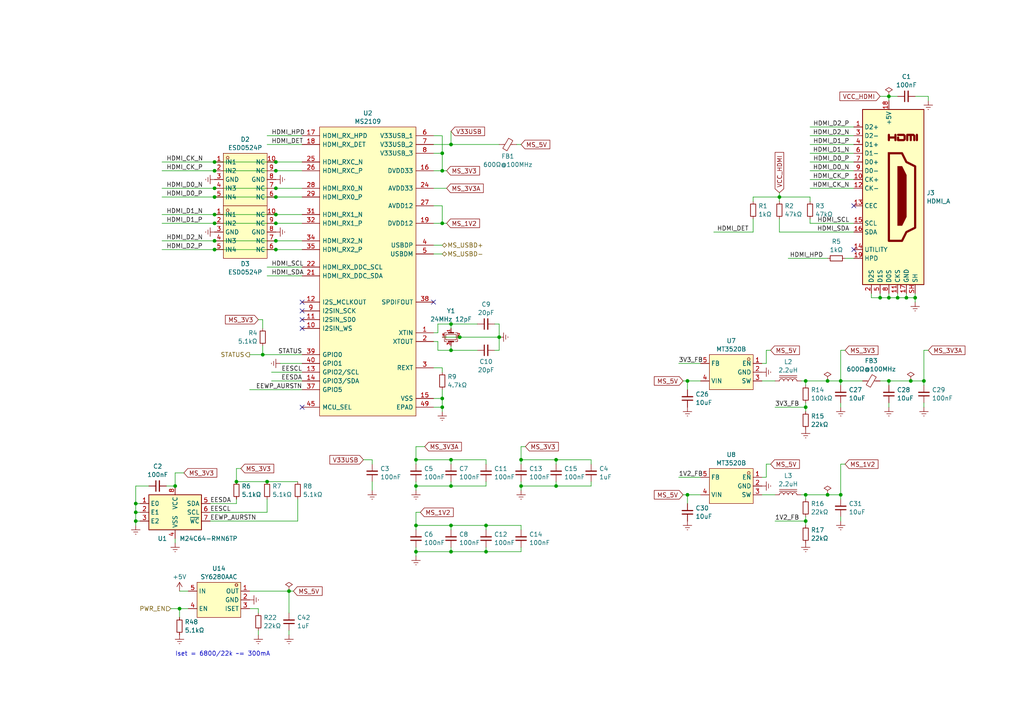
<source format=kicad_sch>
(kicad_sch (version 20231120) (generator "eeschema") (generator_version "8.0")
  (paper "A4")
  (lib_symbols
    (symbol "Connector:HDMI_A"
      (property "Reference" "J" (at -6.35 26.67 0))
      (property "Value" "HDMI_A" (at 10.16 26.67 0))
      (symbol "HDMI_A_1_1"
        (pin passive line (at -10.16 20.32 0) (length 2.54) (name "D2+") (number "1"))
        (pin passive line (at -10.16 5.08 0) (length 2.54) (name "CK+") (number "10"))
        (pin power_in line (at 2.54 -27.94 90) (length 2.54) (name "CKS") (number "11"))
        (pin passive line (at -10.16 2.54 0) (length 2.54) (name "CK-") (number "12"))
        (pin bidirectional line (at -10.16 -2.54 0) (length 2.54) (name "CEC") (number "13"))
        (pin passive line (at -10.16 -15.24 0) (length 2.54) (name "UTILITY") (number "14"))
        (pin passive line (at -10.16 -7.62 0) (length 2.54) (name "SCL") (number "15"))
        (pin bidirectional line (at -10.16 -10.16 0) (length 2.54) (name "SDA") (number "16"))
        (pin power_in line (at 5.08 -27.94 90) (length 2.54) (name "GND") (number "17"))
        (pin power_in line (at 0 27.94 270) (length 2.54) (name "+5V") (number "18"))
        (pin passive line (at -10.16 -17.78 0) (length 2.54) (name "HPD") (number "19"))
        (pin power_in line (at -5.08 -27.94 90) (length 2.54) (name "D2S") (number "2"))
        (pin passive line (at -10.16 17.78 0) (length 2.54) (name "D2-") (number "3"))
        (pin passive line (at -10.16 15.24 0) (length 2.54) (name "D1+") (number "4"))
        (pin power_in line (at -2.54 -27.94 90) (length 2.54) (name "D1S") (number "5"))
        (pin passive line (at -10.16 12.7 0) (length 2.54) (name "D1-") (number "6"))
        (pin passive line (at -10.16 10.16 0) (length 2.54) (name "D0+") (number "7"))
        (pin power_in line (at 0 -27.94 90) (length 2.54) (name "D0S") (number "8"))
        (pin passive line (at -10.16 7.62 0) (length 2.54) (name "D0-") (number "9"))
        (pin passive line (at 7.62 -27.94 90) (length 2.54) (name "SH") (number "SH"))
      )
    )
    (symbol "Device:C_Small" (pin_numbers hide) (pin_names (offset 0.254) hide)
      (property "Reference" "C" (at 0.254 1.778 0))
      (property "Value" "C_Small" (at 0.254 -2.032 0))
      (symbol "C_Small_1_1"
        (pin passive line (at 0 2.54 270) (length 2.032) (name "~") (number "1"))
        (pin passive line (at 0 -2.54 90) (length 2.032) (name "~") (number "2"))
      )
    )
    (symbol "Device:Crystal_GND24_Small" (pin_names (offset 1.016) hide)
      (property "Reference" "Y" (at 1.27 4.445 0))
      (property "Value" "Crystal_GND24_Small" (at 1.27 2.54 0))
      (symbol "Crystal_GND24_Small_1_1"
        (pin passive line (at -2.54 0 0) (length 1.27) (name "1") (number "1"))
        (pin passive line (at 0 -2.54 90) (length 0.635) (name "2") (number "2"))
        (pin passive line (at 2.54 0 180) (length 1.27) (name "3") (number "3"))
        (pin passive line (at 0 2.54 270) (length 0.635) (name "4") (number "4"))
      )
    )
    (symbol "Device:FerriteBead_Small" (pin_numbers hide) (pin_names (offset 0))
      (property "Reference" "FB" (at 1.905 1.27 0))
      (property "Value" "FerriteBead_Small" (at 1.905 -1.27 0))
      (symbol "FerriteBead_Small_1_1"
        (pin passive line (at 0 2.54 270) (length 1.27) (name "~") (number "1"))
        (pin passive line (at 0 -2.54 90) (length 1.27) (name "~") (number "2"))
      )
    )
    (symbol "Device:L_Iron" (pin_numbers hide) (pin_names (offset 1.016) hide)
      (property "Reference" "L" (at -1.27 0 90))
      (property "Value" "L_Iron" (at 2.794 0 90))
      (symbol "L_Iron_1_1"
        (pin passive line (at 0 3.81 270) (length 1.27) (name "1") (number "1"))
        (pin passive line (at 0 -3.81 90) (length 1.27) (name "2") (number "2"))
      )
    )
    (symbol "Device:R_Small" (pin_numbers hide) (pin_names (offset 0.254) hide)
      (property "Reference" "R" (at 0.762 0.508 0))
      (property "Value" "R_Small" (at 0.762 -1.016 0))
      (symbol "R_Small_1_1"
        (pin passive line (at 0 2.54 270) (length 0.762) (name "~") (number "1"))
        (pin passive line (at 0 -2.54 90) (length 0.762) (name "~") (number "2"))
      )
    )
    (symbol "Memory_EEPROM:M24C02-WMN"
      (property "Reference" "U" (at -6.35 6.35 0))
      (property "Value" "M24C02-WMN" (at 7.62 6.35 0))
      (symbol "M24C02-WMN_1_1"
        (pin input line (at -10.16 2.54 0) (length 2.54) (name "E0") (number "1"))
        (pin input line (at -10.16 0 0) (length 2.54) (name "E1") (number "2"))
        (pin input line (at -10.16 -2.54 0) (length 2.54) (name "E2") (number "3"))
        (pin power_in line (at 0 -7.62 90) (length 2.54) (name "VSS") (number "4"))
        (pin bidirectional line (at 10.16 2.54 180) (length 2.54) (name "SDA") (number "5"))
        (pin input line (at 10.16 0 180) (length 2.54) (name "SCL") (number "6"))
        (pin input line (at 10.16 -2.54 180) (length 2.54) (name "~{WC}") (number "7"))
        (pin power_in line (at 0 7.62 270) (length 2.54) (name "VCC") (number "8"))
      )
    )
    (symbol "easyeda2kicad:ESD0524P_C484320"
      (property "Reference" "D" (at 0 10.16 0))
      (property "Value" "ESD0524P_C484320" (at 0 -10.16 0))
      (symbol "ESD0524P_C484320_0_1"
        (pin unspecified line (at -8.89 5.08 0) (length 2.54) (name "IN1") (number "1"))
        (pin unspecified line (at 8.89 5.08 180) (length 2.54) (name "NC") (number "10"))
        (pin unspecified line (at -8.89 2.54 0) (length 2.54) (name "IN2") (number "2"))
        (pin unspecified line (at -8.89 0 0) (length 2.54) (name "GND") (number "3"))
        (pin unspecified line (at -8.89 -2.54 0) (length 2.54) (name "IN3") (number "4"))
        (pin unspecified line (at -8.89 -5.08 0) (length 2.54) (name "IN4") (number "5"))
        (pin unspecified line (at 8.89 -5.08 180) (length 2.54) (name "NC") (number "6"))
        (pin unspecified line (at 8.89 -2.54 180) (length 2.54) (name "NC") (number "7"))
        (pin unspecified line (at 8.89 0 180) (length 2.54) (name "GND") (number "8"))
        (pin unspecified line (at 8.89 2.54 180) (length 2.54) (name "NC") (number "9"))
      )
    )
    (symbol "easyeda2kicad:MT3520B"
      (property "Reference" "U" (at 0 7.62 0))
      (property "Value" "MT3520B" (at 0 -7.62 0))
      (symbol "MT3520B_0_1"
        (pin unspecified line (at -8.89 2.54 0) (length 2.54) (name "EN") (number "1"))
        (pin unspecified line (at -8.89 0 0) (length 2.54) (name "GND") (number "2"))
        (pin unspecified line (at -8.89 -2.54 0) (length 2.54) (name "SW") (number "3"))
        (pin unspecified line (at 8.89 -2.54 180) (length 2.54) (name "VIN") (number "4"))
        (pin unspecified line (at 8.89 2.54 180) (length 2.54) (name "FB") (number "5"))
      )
    )
    (symbol "easyeda2kicad:SY6280AAC"
      (property "Reference" "U" (at 0 13.97 0))
      (property "Value" "SY6280AAC" (at 0 -13.97 0))
      (symbol "SY6280AAC_0_1"
        (pin unspecified line (at -2.54 -8.89 90) (length 2.54) (name "OUT") (number "1"))
        (pin unspecified line (at 0 -8.89 90) (length 2.54) (name "GND") (number "2"))
        (pin unspecified line (at 2.54 -8.89 90) (length 2.54) (name "ISET") (number "3"))
        (pin unspecified line (at 2.54 8.89 270) (length 2.54) (name "EN") (number "4"))
        (pin unspecified line (at -2.54 8.89 270) (length 2.54) (name "IN") (number "5"))
      )
    )
    (symbol "power:+5V" (power) (pin_names (offset 0))
      (property "Value" "+5V" (at 0 3.556 0))
      (symbol "+5V_1_1"
        (pin power_in line (at 0 0 90) (length 0) hide (name "+5V") (number "1"))
      )
    )
    (symbol "power:Earth" (power) (pin_names (offset 0))
      (symbol "Earth_1_1"
        (pin power_in line (at 0 0 270) (length 0) hide (name "Earth") (number "1"))
      )
    )
    (symbol "power:PWR_FLAG" (power) (pin_numbers hide) (pin_names (offset 0) hide)
      (property "Value" "PWR_FLAG" (at 0 3.81 0))
      (symbol "PWR_FLAG_0_0"
        (pin power_out line (at 0 0 90) (length 0) (name "pwr") (number "1"))
      )
    )
    (symbol "tukvm:MS2109" (pin_names (offset 0.762))
      (property "Reference" "U" (at 0 41.91 0))
      (property "Value" "MS2109" (at 0 -44.45 0))
      (symbol "MS2109_0_0"
        (pin unspecified line (at 19.05 -19.05 180) (length 5.08) (name "XTIN") (number "1"))
        (pin unspecified line (at -19.05 -17.78 0) (length 5.08) (name "I2SIN_WS") (number "10"))
        (pin unspecified line (at -19.05 -15.24 0) (length 5.08) (name "I2SIN_SD0") (number "11"))
        (pin unspecified line (at -19.05 -10.16 0) (length 5.08) (name "I2S_MCLKOUT") (number "12"))
        (pin unspecified line (at -19.05 -30.48 0) (length 5.08) (name "GPIO2/SCL") (number "13"))
        (pin unspecified line (at -19.05 -33.02 0) (length 5.08) (name "GPIO3/SDA") (number "14"))
        (pin unspecified line (at 19.05 -38.1 180) (length 5.08) (name "VSS") (number "15"))
        (pin unspecified line (at 19.05 27.94 180) (length 5.08) (name "DVDD33") (number "16"))
        (pin unspecified line (at -19.05 38.1 0) (length 5.08) (name "HDMI_RX_HPD") (number "17"))
        (pin unspecified line (at -19.05 35.56 0) (length 5.08) (name "HDMI_RX_DET") (number "18"))
        (pin unspecified line (at 19.05 12.7 180) (length 5.08) (name "DVDD12") (number "19"))
        (pin unspecified line (at 19.05 -21.59 180) (length 5.08) (name "XTOUT") (number "2"))
        (pin unspecified line (at -19.05 -2.54 0) (length 5.08) (name "HDMI_RX_DDC_SDA") (number "21"))
        (pin unspecified line (at -19.05 0 0) (length 5.08) (name "HDMI_RX_DDC_SCL") (number "22"))
        (pin unspecified line (at -19.05 30.48 0) (length 5.08) (name "HDMI_RXC_N") (number "25"))
        (pin unspecified line (at -19.05 27.94 0) (length 5.08) (name "HDMI_RXC_P") (number "26"))
        (pin unspecified line (at 19.05 17.78 180) (length 5.08) (name "AVDD12") (number "27"))
        (pin unspecified line (at -19.05 22.86 0) (length 5.08) (name "HDMI_RX0_N") (number "28"))
        (pin unspecified line (at -19.05 20.32 0) (length 5.08) (name "HDMI_RX0_P") (number "29"))
        (pin unspecified line (at 19.05 -29.21 180) (length 5.08) (name "REXT") (number "3"))
        (pin unspecified line (at -19.05 15.24 0) (length 5.08) (name "HDMI_RX1_N") (number "31"))
        (pin unspecified line (at -19.05 12.7 0) (length 5.08) (name "HDMI_RX1_P") (number "32"))
        (pin unspecified line (at -19.05 7.62 0) (length 5.08) (name "HDMI_RX2_N") (number "34"))
        (pin unspecified line (at -19.05 5.08 0) (length 5.08) (name "HDMI_RX2_P") (number "35"))
        (pin unspecified line (at -19.05 -35.56 0) (length 5.08) (name "GPIO5") (number "37"))
        (pin unspecified line (at 19.05 -10.16 180) (length 5.08) (name "SPDIFOUT") (number "38"))
        (pin unspecified line (at -19.05 -25.4 0) (length 5.08) (name "GPIO0") (number "39"))
        (pin unspecified line (at 19.05 6.35 180) (length 5.08) (name "USBDP") (number "4"))
        (pin unspecified line (at -19.05 -27.94 0) (length 5.08) (name "GPIO1") (number "40"))
        (pin unspecified line (at -19.05 -40.64 0) (length 5.08) (name "MCU_SEL") (number "45"))
        (pin unspecified line (at 19.05 -40.64 180) (length 5.08) (name "EPAD") (number "49"))
        (pin unspecified line (at 19.05 3.81 180) (length 5.08) (name "USBDM") (number "5"))
        (pin unspecified line (at -19.05 -12.7 0) (length 5.08) (name "I2SIN_SCK") (number "9"))
      )
      (symbol "MS2109_1_0"
        (pin unspecified line (at 19.05 -38.1 180) (length 5.08) hide (name "VSS") (number "20"))
        (pin unspecified line (at 19.05 27.94 180) (length 5.08) hide (name "DVDD33") (number "23"))
        (pin unspecified line (at 19.05 22.86 180) (length 5.08) (name "AVDD33") (number "24"))
        (pin unspecified line (at 19.05 22.86 180) (length 5.08) hide (name "AVDD33") (number "30"))
        (pin unspecified line (at 19.05 17.78 180) (length 5.08) hide (name "AVDD12") (number "33"))
        (pin unspecified line (at 19.05 -38.1 180) (length 5.08) hide (name "VSS") (number "36"))
        (pin unspecified line (at 19.05 12.7 180) (length 5.08) hide (name "DVDD12") (number "41"))
        (pin unspecified line (at 19.05 -38.1 180) (length 5.08) hide (name "VSS") (number "42"))
        (pin unspecified line (at 19.05 -38.1 180) (length 5.08) hide (name "VSS") (number "43"))
        (pin unspecified line (at 19.05 27.94 180) (length 5.08) hide (name "DVDD33") (number "44"))
        (pin unspecified line (at 19.05 -38.1 180) (length 5.08) hide (name "VSS") (number "46"))
        (pin unspecified line (at 19.05 22.86 180) (length 5.08) hide (name "AVDD33") (number "47"))
        (pin unspecified line (at 19.05 -38.1 180) (length 5.08) hide (name "VSS") (number "48"))
        (pin unspecified line (at 19.05 38.1 180) (length 5.08) (name "V33USB_1") (number "6"))
        (pin unspecified line (at 19.05 35.56 180) (length 5.08) (name "V33USB_2") (number "7"))
        (pin unspecified line (at 19.05 33.02 180) (length 5.08) (name "V33USB_3") (number "8"))
      )
    )
  )
  (junction (at 199.39 110.49))
  (junction (at 50.8 140.97))
  (junction (at 151.13 140.97))
  (junction (at 257.81 110.49))
  (junction (at 120.65 133.35))
  (junction (at 130.81 160.02))
  (junction (at 130.81 152.4))
  (junction (at 128.27 64.77))
  (junction (at 62.23 69.85))
  (junction (at 80.01 62.23))
  (junction (at 233.68 110.49))
  (junction (at 262.89 86.36))
  (junction (at 130.81 101.6))
  (junction (at 62.23 49.53))
  (junction (at 161.29 133.35))
  (junction (at 39.37 148.59))
  (junction (at 39.37 146.05))
  (junction (at 130.81 41.91))
  (junction (at 161.29 140.97))
  (junction (at 267.97 110.49))
  (junction (at 52.07 176.53))
  (junction (at 80.01 49.53))
  (junction (at 120.65 140.97))
  (junction (at 80.01 46.99))
  (junction (at 39.37 151.13))
  (junction (at 62.23 64.77))
  (junction (at 257.81 86.36))
  (junction (at 120.65 160.02))
  (junction (at 128.27 44.45))
  (junction (at 151.13 133.35))
  (junction (at 62.23 54.61))
  (junction (at 140.97 152.4))
  (junction (at 240.03 143.51))
  (junction (at 128.27 118.11))
  (junction (at 243.84 110.49))
  (junction (at 133.35 97.79))
  (junction (at 80.01 54.61))
  (junction (at 233.68 151.13))
  (junction (at 80.01 69.85))
  (junction (at 62.23 46.99))
  (junction (at 120.65 152.4))
  (junction (at 240.03 110.49))
  (junction (at 265.43 86.36))
  (junction (at 62.23 62.23))
  (junction (at 80.01 57.15))
  (junction (at 233.68 143.51))
  (junction (at 83.82 171.45))
  (junction (at 130.81 133.35))
  (junction (at 62.23 57.15))
  (junction (at 80.01 72.39))
  (junction (at 77.47 139.7))
  (junction (at 257.81 27.94))
  (junction (at 68.58 139.7))
  (junction (at 76.2 102.87))
  (junction (at 226.06 57.15))
  (junction (at 62.23 72.39))
  (junction (at 128.27 115.57))
  (junction (at 144.78 97.79))
  (junction (at 130.81 140.97))
  (junction (at 255.27 86.36))
  (junction (at 199.39 143.51))
  (junction (at 128.27 49.53))
  (junction (at 264.16 110.49))
  (junction (at 130.81 93.98))
  (junction (at 233.68 118.11))
  (junction (at 243.84 143.51))
  (junction (at 260.35 86.36))
  (junction (at 140.97 160.02))
  (junction (at 80.01 64.77))
  (no_connect (at 247.65 59.69))
  (no_connect (at 87.63 118.11))
  (no_connect (at 247.65 72.39))
  (no_connect (at 87.63 95.25))
  (no_connect (at 87.63 92.71))
  (no_connect (at 125.73 87.63))
  (no_connect (at 87.63 90.17))
  (no_connect (at 87.63 87.63))
  (wire (pts (xy 247.65 41.91) (xy 234.95 41.91)))
  (wire (pts (xy 125.73 59.69) (xy 128.27 59.69)))
  (wire (pts (xy 252.73 86.36) (xy 255.27 86.36)))
  (wire (pts (xy 120.65 152.4) (xy 120.65 153.67)))
  (wire (pts (xy 220.98 143.51) (xy 224.79 143.51)))
  (wire (pts (xy 46.99 49.53) (xy 62.23 49.53)))
  (wire (pts (xy 83.82 182.88) (xy 83.82 184.15)))
  (wire (pts (xy 125.73 41.91) (xy 130.81 41.91)))
  (wire (pts (xy 77.47 139.7) (xy 86.36 139.7)))
  (wire (pts (xy 86.36 151.13) (xy 86.36 144.78)))
  (wire (pts (xy 74.93 182.88) (xy 74.93 184.15)))
  (wire (pts (xy 255.27 85.09) (xy 255.27 86.36)))
  (wire (pts (xy 247.65 39.37) (xy 234.95 39.37)))
  (wire (pts (xy 262.89 86.36) (xy 265.43 86.36)))
  (wire (pts (xy 80.01 49.53) (xy 87.63 49.53)))
  (wire (pts (xy 50.8 137.16) (xy 50.8 140.97)))
  (wire (pts (xy 226.06 57.15) (xy 226.06 58.42)))
  (wire (pts (xy 52.07 176.53) (xy 54.61 176.53)))
  (wire (pts (xy 80.01 64.77) (xy 87.63 64.77)))
  (wire (pts (xy 144.78 101.6) (xy 144.78 97.79)))
  (wire (pts (xy 52.07 176.53) (xy 52.07 179.07)))
  (wire (pts (xy 80.01 46.99) (xy 87.63 46.99)))
  (wire (pts (xy 130.81 133.35) (xy 130.81 134.62)))
  (wire (pts (xy 125.73 96.52) (xy 127 96.52)))
  (wire (pts (xy 257.81 27.94) (xy 257.81 29.21)))
  (wire (pts (xy 120.65 158.75) (xy 120.65 160.02)))
  (wire (pts (xy 39.37 148.59) (xy 39.37 146.05)))
  (wire (pts (xy 247.65 36.83) (xy 234.95 36.83)))
  (wire (pts (xy 247.65 46.99) (xy 234.95 46.99)))
  (wire (pts (xy 220.98 105.41) (xy 222.25 105.41)))
  (wire (pts (xy 76.2 102.87) (xy 87.63 102.87)))
  (wire (pts (xy 46.99 62.23) (xy 62.23 62.23)))
  (wire (pts (xy 46.99 54.61) (xy 62.23 54.61)))
  (wire (pts (xy 128.27 115.57) (xy 128.27 113.03)))
  (wire (pts (xy 130.81 38.1) (xy 130.81 41.91)))
  (wire (pts (xy 161.29 140.97) (xy 151.13 140.97)))
  (wire (pts (xy 199.39 110.49) (xy 199.39 113.03)))
  (wire (pts (xy 243.84 134.62) (xy 243.84 143.51)))
  (wire (pts (xy 130.81 41.91) (xy 144.78 41.91)))
  (wire (pts (xy 220.98 110.49) (xy 224.79 110.49)))
  (wire (pts (xy 130.81 152.4) (xy 130.81 153.67)))
  (wire (pts (xy 207.01 67.31) (xy 218.44 67.31)))
  (wire (pts (xy 257.81 85.09) (xy 257.81 86.36)))
  (wire (pts (xy 218.44 63.5) (xy 218.44 67.31)))
  (wire (pts (xy 130.81 101.6) (xy 138.43 101.6)))
  (wire (pts (xy 257.81 86.36) (xy 260.35 86.36)))
  (wire (pts (xy 53.34 137.16) (xy 50.8 137.16)))
  (wire (pts (xy 262.89 85.09) (xy 262.89 86.36)))
  (wire (pts (xy 121.92 148.59) (xy 120.65 148.59)))
  (wire (pts (xy 240.03 143.51) (xy 233.68 143.51)))
  (wire (pts (xy 257.81 110.49) (xy 264.16 110.49)))
  (wire (pts (xy 222.25 101.6) (xy 223.52 101.6)))
  (wire (pts (xy 80.01 62.23) (xy 87.63 62.23)))
  (wire (pts (xy 127 99.06) (xy 127 101.6)))
  (wire (pts (xy 257.81 116.84) (xy 257.81 118.11)))
  (wire (pts (xy 123.19 129.54) (xy 120.65 129.54)))
  (wire (pts (xy 140.97 139.7) (xy 140.97 140.97)))
  (wire (pts (xy 43.18 140.97) (xy 39.37 140.97)))
  (wire (pts (xy 125.73 118.11) (xy 128.27 118.11)))
  (wire (pts (xy 247.65 44.45) (xy 234.95 44.45)))
  (wire (pts (xy 151.13 160.02) (xy 140.97 160.02)))
  (wire (pts (xy 245.11 134.62) (xy 243.84 134.62)))
  (wire (pts (xy 265.43 86.36) (xy 265.43 87.63)))
  (wire (pts (xy 233.68 111.76) (xy 233.68 110.49)))
  (wire (pts (xy 151.13 139.7) (xy 151.13 140.97)))
  (wire (pts (xy 243.84 101.6) (xy 243.84 110.49)))
  (wire (pts (xy 46.99 64.77) (xy 62.23 64.77)))
  (wire (pts (xy 74.93 176.53) (xy 74.93 177.8)))
  (wire (pts (xy 76.2 100.33) (xy 76.2 102.87)))
  (wire (pts (xy 130.81 101.6) (xy 130.81 100.33)))
  (wire (pts (xy 107.95 133.35) (xy 107.95 134.62)))
  (wire (pts (xy 62.23 54.61) (xy 80.01 54.61)))
  (wire (pts (xy 120.65 139.7) (xy 120.65 140.97)))
  (wire (pts (xy 243.84 144.78) (xy 243.84 143.51)))
  (wire (pts (xy 128.27 44.45) (xy 128.27 49.53)))
  (wire (pts (xy 233.68 143.51) (xy 232.41 143.51)))
  (wire (pts (xy 62.23 46.99) (xy 80.01 46.99)))
  (wire (pts (xy 143.51 93.98) (xy 144.78 93.98)))
  (wire (pts (xy 83.82 171.45) (xy 85.09 171.45)))
  (wire (pts (xy 260.35 86.36) (xy 262.89 86.36)))
  (wire (pts (xy 60.96 151.13) (xy 86.36 151.13)))
  (wire (pts (xy 226.06 55.88) (xy 226.06 57.15)))
  (wire (pts (xy 247.65 52.07) (xy 234.95 52.07)))
  (wire (pts (xy 46.99 46.99) (xy 62.23 46.99)))
  (wire (pts (xy 81.28 105.41) (xy 87.63 105.41)))
  (wire (pts (xy 228.6 74.93) (xy 240.03 74.93)))
  (wire (pts (xy 60.96 146.05) (xy 68.58 146.05)))
  (wire (pts (xy 255.27 27.94) (xy 257.81 27.94)))
  (wire (pts (xy 196.85 138.43) (xy 203.2 138.43)))
  (wire (pts (xy 125.73 39.37) (xy 128.27 39.37)))
  (wire (pts (xy 245.11 101.6) (xy 243.84 101.6)))
  (wire (pts (xy 76.2 92.71) (xy 76.2 95.25)))
  (wire (pts (xy 125.73 71.12) (xy 128.27 71.12)))
  (wire (pts (xy 128.27 39.37) (xy 128.27 44.45)))
  (wire (pts (xy 68.58 146.05) (xy 68.58 144.78)))
  (wire (pts (xy 140.97 140.97) (xy 130.81 140.97)))
  (wire (pts (xy 240.03 110.49) (xy 233.68 110.49)))
  (wire (pts (xy 257.81 110.49) (xy 255.27 110.49)))
  (wire (pts (xy 218.44 57.15) (xy 226.06 57.15)))
  (wire (pts (xy 77.47 148.59) (xy 77.47 144.78)))
  (wire (pts (xy 243.84 149.86) (xy 243.84 151.13)))
  (wire (pts (xy 127 96.52) (xy 127 93.98)))
  (wire (pts (xy 62.23 72.39) (xy 80.01 72.39)))
  (wire (pts (xy 127 93.98) (xy 130.81 93.98)))
  (wire (pts (xy 222.25 134.62) (xy 222.25 138.43)))
  (wire (pts (xy 62.23 57.15) (xy 80.01 57.15)))
  (wire (pts (xy 171.45 139.7) (xy 171.45 140.97)))
  (wire (pts (xy 255.27 86.36) (xy 257.81 86.36)))
  (wire (pts (xy 264.16 110.49) (xy 267.97 110.49)))
  (wire (pts (xy 39.37 151.13) (xy 40.64 151.13)))
  (wire (pts (xy 125.73 106.68) (xy 128.27 106.68)))
  (wire (pts (xy 46.99 72.39) (xy 62.23 72.39)))
  (wire (pts (xy 107.95 139.7) (xy 107.95 142.24)))
  (wire (pts (xy 62.23 69.85) (xy 80.01 69.85)))
  (wire (pts (xy 72.39 171.45) (xy 83.82 171.45)))
  (wire (pts (xy 120.65 152.4) (xy 130.81 152.4)))
  (wire (pts (xy 125.73 49.53) (xy 128.27 49.53)))
  (wire (pts (xy 243.84 143.51) (xy 240.03 143.51)))
  (wire (pts (xy 125.73 99.06) (xy 127 99.06)))
  (wire (pts (xy 80.01 72.39) (xy 87.63 72.39)))
  (wire (pts (xy 120.65 160.02) (xy 120.65 161.29)))
  (wire (pts (xy 140.97 158.75) (xy 140.97 160.02)))
  (wire (pts (xy 243.84 110.49) (xy 240.03 110.49)))
  (wire (pts (xy 78.74 107.95) (xy 87.63 107.95)))
  (wire (pts (xy 234.95 57.15) (xy 234.95 58.42)))
  (wire (pts (xy 128.27 49.53) (xy 129.54 49.53)))
  (wire (pts (xy 243.84 111.76) (xy 243.84 110.49)))
  (wire (pts (xy 60.96 148.59) (xy 77.47 148.59)))
  (wire (pts (xy 130.81 93.98) (xy 130.81 95.25)))
  (wire (pts (xy 120.65 133.35) (xy 120.65 134.62)))
  (wire (pts (xy 46.99 69.85) (xy 62.23 69.85)))
  (wire (pts (xy 128.27 107.95) (xy 128.27 106.68)))
  (wire (pts (xy 80.01 69.85) (xy 87.63 69.85)))
  (wire (pts (xy 125.73 44.45) (xy 128.27 44.45)))
  (wire (pts (xy 233.68 110.49) (xy 232.41 110.49)))
  (wire (pts (xy 120.65 148.59) (xy 120.65 152.4)))
  (wire (pts (xy 48.26 140.97) (xy 50.8 140.97)))
  (wire (pts (xy 199.39 143.51) (xy 203.2 143.51)))
  (wire (pts (xy 161.29 140.97) (xy 171.45 140.97)))
  (wire (pts (xy 125.73 73.66) (xy 128.27 73.66)))
  (wire (pts (xy 128.27 118.11) (xy 128.27 115.57)))
  (wire (pts (xy 77.47 39.37) (xy 87.63 39.37)))
  (wire (pts (xy 269.24 29.21) (xy 269.24 27.94)))
  (wire (pts (xy 151.13 158.75) (xy 151.13 160.02)))
  (wire (pts (xy 125.73 54.61) (xy 129.54 54.61)))
  (wire (pts (xy 243.84 110.49) (xy 250.19 110.49)))
  (wire (pts (xy 62.23 49.53) (xy 80.01 49.53)))
  (wire (pts (xy 50.8 156.21) (xy 50.8 157.48)))
  (wire (pts (xy 161.29 139.7) (xy 161.29 140.97)))
  (wire (pts (xy 267.97 116.84) (xy 267.97 118.11)))
  (wire (pts (xy 199.39 110.49) (xy 203.2 110.49)))
  (wire (pts (xy 233.68 119.38) (xy 233.68 118.11)))
  (wire (pts (xy 226.06 67.31) (xy 247.65 67.31)))
  (wire (pts (xy 39.37 151.13) (xy 39.37 148.59)))
  (wire (pts (xy 46.99 57.15) (xy 62.23 57.15)))
  (wire (pts (xy 233.68 116.84) (xy 233.68 118.11)))
  (wire (pts (xy 68.58 139.7) (xy 77.47 139.7)))
  (wire (pts (xy 151.13 140.97) (xy 151.13 142.24)))
  (wire (pts (xy 260.35 85.09) (xy 260.35 86.36)))
  (wire (pts (xy 267.97 101.6) (xy 267.97 110.49)))
  (wire (pts (xy 247.65 64.77) (xy 234.95 64.77)))
  (wire (pts (xy 77.47 80.01) (xy 87.63 80.01)))
  (wire (pts (xy 243.84 116.84) (xy 243.84 118.11)))
  (wire (pts (xy 133.35 97.79) (xy 144.78 97.79)))
  (wire (pts (xy 128.27 59.69) (xy 128.27 64.77)))
  (wire (pts (xy 151.13 133.35) (xy 161.29 133.35)))
  (wire (pts (xy 233.68 149.86) (xy 233.68 151.13)))
  (wire (pts (xy 130.81 158.75) (xy 130.81 160.02)))
  (wire (pts (xy 224.79 118.11) (xy 233.68 118.11)))
  (wire (pts (xy 105.41 133.35) (xy 107.95 133.35)))
  (wire (pts (xy 223.52 134.62) (xy 222.25 134.62)))
  (wire (pts (xy 265.43 85.09) (xy 265.43 86.36)))
  (wire (pts (xy 224.79 151.13) (xy 233.68 151.13)))
  (wire (pts (xy 62.23 62.23) (xy 80.01 62.23)))
  (wire (pts (xy 151.13 153.67) (xy 151.13 152.4)))
  (wire (pts (xy 128.27 97.79) (xy 133.35 97.79)))
  (wire (pts (xy 247.65 49.53) (xy 234.95 49.53)))
  (wire (pts (xy 49.53 176.53) (xy 52.07 176.53)))
  (wire (pts (xy 128.27 64.77) (xy 129.54 64.77)))
  (wire (pts (xy 78.74 110.49) (xy 87.63 110.49)))
  (wire (pts (xy 130.81 93.98) (xy 138.43 93.98)))
  (wire (pts (xy 198.12 110.49) (xy 199.39 110.49)))
  (wire (pts (xy 52.07 171.45) (xy 54.61 171.45)))
  (wire (pts (xy 233.68 144.78) (xy 233.68 143.51)))
  (wire (pts (xy 130.81 139.7) (xy 130.81 140.97)))
  (wire (pts (xy 222.25 105.41) (xy 222.25 101.6)))
  (wire (pts (xy 120.65 133.35) (xy 130.81 133.35)))
  (wire (pts (xy 72.39 102.87) (xy 76.2 102.87)))
  (wire (pts (xy 62.23 64.77) (xy 80.01 64.77)))
  (wire (pts (xy 161.29 133.35) (xy 161.29 134.62)))
  (wire (pts (xy 247.65 54.61) (xy 234.95 54.61)))
  (wire (pts (xy 199.39 143.51) (xy 199.39 146.05)))
  (wire (pts (xy 226.06 63.5) (xy 226.06 67.31)))
  (wire (pts (xy 149.86 41.91) (xy 151.13 41.91)))
  (wire (pts (xy 130.81 160.02) (xy 120.65 160.02)))
  (wire (pts (xy 269.24 101.6) (xy 267.97 101.6)))
  (wire (pts (xy 152.4 129.54) (xy 151.13 129.54)))
  (wire (pts (xy 69.85 135.89) (xy 68.58 135.89)))
  (wire (pts (xy 257.81 111.76) (xy 257.81 110.49)))
  (wire (pts (xy 161.29 133.35) (xy 171.45 133.35)))
  (wire (pts (xy 127 101.6) (xy 130.81 101.6)))
  (wire (pts (xy 130.81 140.97) (xy 120.65 140.97)))
  (wire (pts (xy 143.51 101.6) (xy 144.78 101.6)))
  (wire (pts (xy 130.81 152.4) (xy 140.97 152.4)))
  (wire (pts (xy 257.81 27.94) (xy 260.35 27.94)))
  (wire (pts (xy 39.37 146.05) (xy 40.64 146.05)))
  (wire (pts (xy 171.45 133.35) (xy 171.45 134.62)))
  (wire (pts (xy 140.97 160.02) (xy 130.81 160.02)))
  (wire (pts (xy 130.81 133.35) (xy 140.97 133.35)))
  (wire (pts (xy 68.58 135.89) (xy 68.58 139.7)))
  (wire (pts (xy 39.37 140.97) (xy 39.37 146.05)))
  (wire (pts (xy 198.12 143.51) (xy 199.39 143.51)))
  (wire (pts (xy 74.93 92.71) (xy 76.2 92.71)))
  (wire (pts (xy 125.73 115.57) (xy 128.27 115.57)))
  (wire (pts (xy 218.44 58.42) (xy 218.44 57.15)))
  (wire (pts (xy 140.97 152.4) (xy 151.13 152.4)))
  (wire (pts (xy 226.06 57.15) (xy 234.95 57.15)))
  (wire (pts (xy 77.47 41.91) (xy 87.63 41.91)))
  (wire (pts (xy 72.39 113.03) (xy 87.63 113.03)))
  (wire (pts (xy 140.97 153.67) (xy 140.97 152.4)))
  (wire (pts (xy 265.43 27.94) (xy 269.24 27.94)))
  (wire (pts (xy 80.01 57.15) (xy 87.63 57.15)))
  (wire (pts (xy 128.27 118.11) (xy 128.27 119.38)))
  (wire (pts (xy 83.82 171.45) (xy 83.82 177.8)))
  (wire (pts (xy 72.39 176.53) (xy 74.93 176.53)))
  (wire (pts (xy 39.37 148.59) (xy 40.64 148.59)))
  (wire (pts (xy 140.97 134.62) (xy 140.97 133.35)))
  (wire (pts (xy 80.01 54.61) (xy 87.63 54.61)))
  (wire (pts (xy 151.13 133.35) (xy 151.13 134.62)))
  (wire (pts (xy 234.95 64.77) (xy 234.95 63.5)))
  (wire (pts (xy 77.47 77.47) (xy 87.63 77.47)))
  (wire (pts (xy 267.97 110.49) (xy 267.97 111.76)))
  (wire (pts (xy 144.78 93.98) (xy 144.78 97.79)))
  (wire (pts (xy 196.85 105.41) (xy 203.2 105.41)))
  (wire (pts (xy 151.13 129.54) (xy 151.13 133.35)))
  (wire (pts (xy 233.68 152.4) (xy 233.68 151.13)))
  (wire (pts (xy 245.11 74.93) (xy 247.65 74.93)))
  (wire (pts (xy 220.98 138.43) (xy 222.25 138.43)))
  (wire (pts (xy 125.73 64.77) (xy 128.27 64.77)))
  (wire (pts (xy 120.65 129.54) (xy 120.65 133.35)))
  (wire (pts (xy 252.73 85.09) (xy 252.73 86.36)))
  (wire (pts (xy 120.65 140.97) (xy 120.65 142.24)))
  (wire (pts (xy 39.37 152.4) (xy 39.37 151.13)))
  (text "Iset = 6800/22k ~= 300mA" (at 50.8 190.5 0) (effects (font (size 1.27 1.27)) (justify left bottom)))
  (label "HDMI_D2_P" (at 48.26 72.39 0))
  (label "EESDA" (at 60.96 146.05 0))
  (label "HDMI_SCL" (at 246.38 64.77 180))
  (label "HDMI_SCL" (at 78.74 77.47 0))
  (label "HDMI_SDA" (at 246.38 67.31 180))
  (label "HDMI_CK_P" (at 48.26 49.53 0))
  (label "HDMI_D1_N" (at 48.26 62.23 0))
  (label "HDMI_D0_P" (at 246.38 46.99 180))
  (label "HDMI_D1_N" (at 246.38 44.45 180))
  (label "HDMI_D1_P" (at 246.38 41.91 180))
  (label "HDMI_D1_P" (at 48.26 64.77 0))
  (label "HDMI_DET" (at 217.17 67.31 180))
  (label "1V2_FB" (at 196.85 138.43 0))
  (label "HDMI_D2_P" (at 246.38 36.83 180))
  (label "HDMI_D0_N" (at 48.26 54.61 0))
  (label "EESDA" (at 87.63 110.49 180))
  (label "HDMI_CK_N" (at 48.26 46.99 0))
  (label "EESCL" (at 87.63 107.95 180))
  (label "3V3_FB" (at 224.79 118.11 0))
  (label "HDMI_D0_N" (at 246.38 49.53 180))
  (label "EESCL" (at 60.96 148.59 0))
  (label "STATUS" (at 87.63 102.87 180))
  (label "HDMI_CK_P" (at 246.38 52.07 180))
  (label "1V2_FB" (at 224.79 151.13 0))
  (label "3V3_FB" (at 196.85 105.41 0))
  (label "HDMI_D2_N" (at 246.38 39.37 180))
  (label "HDMI_D2_N" (at 48.26 69.85 0))
  (label "HDMI_D0_P" (at 48.26 57.15 0))
  (label "HDMI_SDA" (at 78.74 80.01 0))
  (label "EEWP_AURSTN" (at 87.63 113.03 180))
  (label "HDMI_CK_N" (at 246.38 54.61 180))
  (label "HDMI_HPD" (at 238.76 74.93 180))
  (label "HDMI_DET" (at 78.74 41.91 0))
  (label "HDMI_HPD" (at 78.74 39.37 0))
  (label "EEWP_AURSTN" (at 60.96 151.13 0))
  (global_label "MS_3V3A" (shape input) (at 129.54 54.61 0) (property "Intersheetrefs" "${INTERSHEET_REFS}" (effects (hide yes))))
  (global_label "MS_3V3" (shape input) (at 245.11 101.6 0) (property "Intersheetrefs" "${INTERSHEET_REFS}" (effects (hide yes))))
  (global_label "MS_3V3" (shape input) (at 53.34 137.16 0) (property "Intersheetrefs" "${INTERSHEET_REFS}" (effects (hide yes))))
  (global_label "VCC_HDMI" (shape input) (at 226.06 55.88 90) (property "Intersheetrefs" "${INTERSHEET_REFS}" (effects (hide yes))))
  (global_label "MS_1V2" (shape input) (at 129.54 64.77 0) (property "Intersheetrefs" "${INTERSHEET_REFS}" (effects (hide yes))))
  (global_label "MS_3V3" (shape input) (at 69.85 135.89 0) (property "Intersheetrefs" "${INTERSHEET_REFS}" (effects (hide yes))))
  (global_label "MS_3V3A" (shape input) (at 269.24 101.6 0) (property "Intersheetrefs" "${INTERSHEET_REFS}" (effects (hide yes))))
  (global_label "MS_5V" (shape input) (at 198.12 143.51 180) (property "Intersheetrefs" "${INTERSHEET_REFS}" (effects (hide yes))))
  (global_label "V33USB" (shape input) (at 105.41 133.35 180) (property "Intersheetrefs" "${INTERSHEET_REFS}" (effects (hide yes))))
  (global_label "V33USB" (shape input) (at 130.81 38.1 0) (property "Intersheetrefs" "${INTERSHEET_REFS}" (effects (hide yes))))
  (global_label "VCC_HDMI" (shape input) (at 255.27 27.94 180) (property "Intersheetrefs" "${INTERSHEET_REFS}" (effects (hide yes))))
  (global_label "MS_5V" (shape input) (at 223.52 134.62 0) (property "Intersheetrefs" "${INTERSHEET_REFS}" (effects (hide yes))))
  (global_label "MS_3V3A" (shape input) (at 123.19 129.54 0) (property "Intersheetrefs" "${INTERSHEET_REFS}" (effects (hide yes))))
  (global_label "MS_5V" (shape input) (at 151.13 41.91 0) (property "Intersheetrefs" "${INTERSHEET_REFS}" (effects (hide yes))))
  (global_label "MS_5V" (shape input) (at 198.12 110.49 180) (property "Intersheetrefs" "${INTERSHEET_REFS}" (effects (hide yes))))
  (global_label "MS_3V3" (shape input) (at 129.54 49.53 0) (property "Intersheetrefs" "${INTERSHEET_REFS}" (effects (hide yes))))
  (global_label "MS_3V3" (shape input) (at 152.4 129.54 0) (property "Intersheetrefs" "${INTERSHEET_REFS}" (effects (hide yes))))
  (global_label "MS_3V3" (shape input) (at 74.93 92.71 180) (property "Intersheetrefs" "${INTERSHEET_REFS}" (effects (hide yes))))
  (global_label "MS_1V2" (shape input) (at 245.11 134.62 0) (property "Intersheetrefs" "${INTERSHEET_REFS}" (effects (hide yes))))
  (global_label "MS_5V" (shape input) (at 223.52 101.6 0) (property "Intersheetrefs" "${INTERSHEET_REFS}" (effects (hide yes))))
  (global_label "MS_1V2" (shape input) (at 121.92 148.59 0) (property "Intersheetrefs" "${INTERSHEET_REFS}" (effects (hide yes))))
  (global_label "MS_5V" (shape input) (at 85.09 171.45 0) (property "Intersheetrefs" "${INTERSHEET_REFS}" (effects (hide yes))))
  (hierarchical_label "MS_USBD-" (shape bidirectional) (at 128.27 73.66 0))
  (hierarchical_label "MS_USBD+" (shape bidirectional) (at 128.27 71.12 0))
  (hierarchical_label "PWR_EN" (shape input) (at 49.53 176.53 180))
  (hierarchical_label "STATUS" (shape output) (at 72.39 102.87 180))
  (symbol (lib_id "power:Earth") (at 81.28 105.41 270) (mirror x) (unit 1)
    (property "Reference" "#PWR012" (effects (hide yes)))
    (property "Value" "Earth" (effects (hide yes)))
  )
  (symbol (lib_id "Device:C_Small") (at 140.97 156.21 180) (unit 1)
    (property "Reference" "C12" (at 143.2941 154.9915 0) (effects (justify right)))
    (property "Value" "100nF" (at 143.2941 157.4157 0) (effects (justify right)))
    (property "Footprint" "Capacitor_SMD:C_0402_1005Metric" (effects (hide yes)))
  )
  (symbol (lib_id "Device:R_Small") (at 128.27 110.49 0) (unit 1)
    (property "Reference" "R9" (at 129.7686 109.2779 0) (effects (justify left)))
    (property "Value" "4.7kΩ" (at 129.7686 111.7021 0) (effects (justify left)))
    (property "Footprint" "Resistor_SMD:R_0402_1005Metric" (effects (hide yes)))
  )
  (symbol (lib_id "power:Earth") (at 80.01 52.07 90) (mirror x) (unit 1)
    (property "Reference" "#PWR010" (effects (hide yes)))
    (property "Value" "Earth" (effects (hide yes)))
  )
  (symbol (lib_id "power:Earth") (at 199.39 118.11 0) (mirror y) (unit 1)
    (property "Reference" "#PWR054" (effects (hide yes)))
    (property "Value" "Earth" (effects (hide yes)))
  )
  (symbol (lib_id "Device:R_Small") (at 233.68 154.94 0) (unit 1)
    (property "Reference" "R17" (at 235.1786 153.7279 0) (effects (justify left)))
    (property "Value" "22kΩ" (at 235.1786 156.1521 0) (effects (justify left)))
    (property "Footprint" "Resistor_SMD:R_0402_1005Metric" (effects (hide yes)))
  )
  (symbol (lib_id "tukvm:MS2109") (at 106.68 77.47 0) (unit 1)
    (property "Reference" "U2" (at 106.68 32.8127 0))
    (property "Value" "MS2109" (at 106.68 35.2369 0))
    (property "Footprint" "Package_DFN_QFN:QFN-48-1EP_7x7mm_P0.5mm_EP5.1x5.1mm" (effects (hide yes)))
    (property "Description" "HD Video Acquisition Chip" (effects (hide yes)))
  )
  (symbol (lib_id "Device:R_Small") (at 233.68 147.32 0) (unit 1)
    (property "Reference" "R16" (at 235.1786 146.1079 0) (effects (justify left)))
    (property "Value" "22kΩ" (at 235.1786 148.5321 0) (effects (justify left)))
    (property "Footprint" "Resistor_SMD:R_0402_1005Metric" (effects (hide yes)))
  )
  (symbol (lib_id "easyeda2kicad:MT3520B") (at 212.09 140.97 0) (mirror y) (unit 1)
    (property "Reference" "U8" (at 212.09 131.8727 0))
    (property "Value" "MT3520B" (at 212.09 134.2969 0))
    (property "Footprint" "Package_TO_SOT_SMD:SOT-23-5" (effects (hide yes)))
    (property "LCSC Part" "C2684933" (effects (hide yes)))
  )
  (symbol (lib_id "power:Earth") (at 243.84 118.11 0) (mirror y) (unit 1)
    (property "Reference" "#PWR056" (effects (hide yes)))
    (property "Value" "Earth" (effects (hide yes)))
  )
  (symbol (lib_id "Device:R_Small") (at 68.58 142.24 0) (unit 1)
    (property "Reference" "R6" (at 70.0786 141.0279 0) (effects (justify left)))
    (property "Value" "5.1kΩ" (at 70.0786 143.4521 0) (effects (justify left)))
    (property "Footprint" "Resistor_SMD:R_0402_1005Metric" (effects (hide yes)))
  )
  (symbol (lib_id "Device:C_Small") (at 262.89 27.94 90) (unit 1)
    (property "Reference" "C1" (at 262.8963 22.2336 90))
    (property "Value" "100nF" (at 262.8963 24.6578 90))
    (property "Footprint" "Capacitor_SMD:C_0402_1005Metric" (effects (hide yes)))
  )
  (symbol (lib_id "Device:C_Small") (at 140.97 93.98 90) (unit 1)
    (property "Reference" "C9" (at 140.9763 88.2736 90))
    (property "Value" "20pF" (at 140.9763 90.6978 90))
    (property "Footprint" "Capacitor_SMD:C_0402_1005Metric" (effects (hide yes)))
  )
  (symbol (lib_id "Device:R_Small") (at 242.57 74.93 90) (unit 1)
    (property "Reference" "R5" (at 242.57 70.0491 90))
    (property "Value" "1kΩ" (at 242.57 72.4733 90))
    (property "Footprint" "Resistor_SMD:R_0402_1005Metric" (effects (hide yes)))
  )
  (symbol (lib_id "easyeda2kicad:ESD0524P_C484320") (at 71.12 52.07 0) (unit 1)
    (property "Reference" "D2" (at 71.12 40.4327 0))
    (property "Value" "ESD0524P" (at 71.12 42.8569 0))
    (property "Footprint" "easyeda2kicad:DFN-10_L2.5-W1.0-P0.50-BL" (effects (hide yes)))
    (property "Datasheet" "https://lcsc.com/product-detail/New-Arrivals_Yint-ESD0524P_C484320.html" (effects (hide yes)))
    (property "Manufacturer" "Yint(音特电子)" (effects (hide yes)))
    (property "LCSC Part" "C484320" (effects (hide yes)))
    (property "JLC Part" "Extended Part" (effects (hide yes)))
  )
  (symbol (lib_id "Device:C_Small") (at 199.39 148.59 180) (unit 1)
    (property "Reference" "C30" (at 201.7141 147.3715 0) (effects (justify right)))
    (property "Value" "10uF" (at 201.7141 149.7957 0) (effects (justify right)))
    (property "Footprint" "Capacitor_SMD:C_0603_1608Metric" (effects (hide yes)))
  )
  (symbol (lib_id "Device:C_Small") (at 107.95 137.16 180) (unit 1)
    (property "Reference" "C3" (at 110.2741 135.9415 0) (effects (justify right)))
    (property "Value" "100nF" (at 110.2741 138.3657 0) (effects (justify right)))
    (property "Footprint" "Capacitor_SMD:C_0402_1005Metric" (effects (hide yes)))
  )
  (symbol (lib_id "power:Earth") (at 128.27 119.38 0) (mirror y) (unit 1)
    (property "Reference" "#PWR017" (effects (hide yes)))
    (property "Value" "Earth" (effects (hide yes)))
  )
  (symbol (lib_id "power:Earth") (at 220.98 107.95 90) (mirror x) (unit 1)
    (property "Reference" "#PWR051" (effects (hide yes)))
    (property "Value" "Earth" (effects (hide yes)))
  )
  (symbol (lib_id "power:Earth") (at 120.65 142.24 0) (mirror y) (unit 1)
    (property "Reference" "#PWR019" (effects (hide yes)))
    (property "Value" "Earth" (effects (hide yes)))
  )
  (symbol (lib_id "power:Earth") (at 83.82 184.15 0) (mirror y) (unit 1)
    (property "Reference" "#PWR0119" (effects (hide yes)))
    (property "Value" "Earth" (effects (hide yes)))
  )
  (symbol (lib_id "power:Earth") (at 267.97 118.11 0) (mirror y) (unit 1)
    (property "Reference" "#PWR060" (effects (hide yes)))
    (property "Value" "Earth" (effects (hide yes)))
  )
  (symbol (lib_id "Device:Crystal_GND24_Small") (at 130.81 97.79 90) (mirror x) (unit 1)
    (property "Reference" "Y1" (at 130.81 90.17 90))
    (property "Value" "24MHz 12pF" (at 130.81 92.5942 90))
    (property "Footprint" "Crystal:Crystal_SMD_3225-4Pin_3.2x2.5mm" (effects (hide yes)))
    (property "LCSC Part" "C271629" (effects (hide yes)))
  )
  (symbol (lib_id "Device:FerriteBead_Small") (at 147.32 41.91 90) (unit 1)
    (property "Reference" "FB1" (at 147.2819 45.3319 90))
    (property "Value" "600Ω@100MHz" (at 147.2819 47.7562 90))
    (property "Footprint" "Inductor_SMD:L_0603_1608Metric" (effects (hide yes)))
    (property "LCSC Part" "C1002" (effects (hide yes)))
  )
  (symbol (lib_id "power:Earth") (at 52.07 184.15 0) (mirror y) (unit 1)
    (property "Reference" "#PWR0117" (effects (hide yes)))
    (property "Value" "Earth" (effects (hide yes)))
  )
  (symbol (lib_id "Device:C_Small") (at 151.13 156.21 180) (unit 1)
    (property "Reference" "C14" (at 153.4541 154.9915 0) (effects (justify right)))
    (property "Value" "100nF" (at 153.4541 157.4157 0) (effects (justify right)))
    (property "Footprint" "Capacitor_SMD:C_0402_1005Metric" (effects (hide yes)))
  )
  (symbol (lib_id "power:Earth") (at 265.43 87.63 0) (mirror y) (unit 1)
    (property "Reference" "#PWR01" (effects (hide yes)))
    (property "Value" "Earth" (effects (hide yes)))
  )
  (symbol (lib_id "Device:C_Small") (at 257.81 114.3 180) (unit 1)
    (property "Reference" "C28" (at 260.1341 113.0815 0) (effects (justify right)))
    (property "Value" "10uF" (at 260.1341 115.5057 0) (effects (justify right)))
    (property "Footprint" "Capacitor_SMD:C_0603_1608Metric" (effects (hide yes)))
  )
  (symbol (lib_id "power:PWR_FLAG") (at 264.16 110.49 0) (unit 1)
    (property "Reference" "#FLG05" (effects (hide yes)))
    (property "Value" "PWR_FLAG" (effects (hide yes)))
  )
  (symbol (lib_id "power:Earth") (at 62.23 67.31 270) (mirror x) (unit 1)
    (property "Reference" "#PWR07" (effects (hide yes)))
    (property "Value" "Earth" (effects (hide yes)))
  )
  (symbol (lib_id "Device:C_Small") (at 171.45 137.16 180) (unit 1)
    (property "Reference" "C4" (at 173.7741 135.9415 0) (effects (justify right)))
    (property "Value" "1uF" (at 173.7741 138.3657 0) (effects (justify right)))
    (property "Footprint" "Capacitor_SMD:C_0402_1005Metric" (effects (hide yes)))
  )
  (symbol (lib_id "power:Earth") (at 120.65 161.29 0) (mirror y) (unit 1)
    (property "Reference" "#PWR021" (effects (hide yes)))
    (property "Value" "Earth" (effects (hide yes)))
  )
  (symbol (lib_id "Device:R_Small") (at 233.68 121.92 0) (unit 1)
    (property "Reference" "R15" (at 235.1786 120.7079 0) (effects (justify left)))
    (property "Value" "22kΩ" (at 235.1786 123.1321 0) (effects (justify left)))
    (property "Footprint" "Resistor_SMD:R_0402_1005Metric" (effects (hide yes)))
  )
  (symbol (lib_id "power:Earth") (at 233.68 124.46 0) (mirror y) (unit 1)
    (property "Reference" "#PWR055" (effects (hide yes)))
    (property "Value" "Earth" (effects (hide yes)))
  )
  (symbol (lib_id "power:PWR_FLAG") (at 83.82 171.45 0) (unit 1)
    (property "Reference" "#FLG09" (effects (hide yes)))
    (property "Value" "PWR_FLAG" (effects (hide yes)))
  )
  (symbol (lib_id "Device:R_Small") (at 76.2 97.79 180) (unit 1)
    (property "Reference" "R4" (at 74.7015 96.5779 0) (effects (justify left)))
    (property "Value" "5.1kΩ" (at 74.7015 99.0021 0) (effects (justify left)))
    (property "Footprint" "Resistor_SMD:R_0402_1005Metric" (effects (hide yes)))
  )
  (symbol (lib_id "power:Earth") (at 107.95 142.24 0) (mirror y) (unit 1)
    (property "Reference" "#PWR013" (effects (hide yes)))
    (property "Value" "Earth" (effects (hide yes)))
  )
  (symbol (lib_id "Device:R_Small") (at 226.06 60.96 0) (unit 1)
    (property "Reference" "R2" (at 227.5586 59.7479 0) (effects (justify left)))
    (property "Value" "47kΩ" (at 227.5586 62.1721 0) (effects (justify left)))
    (property "Footprint" "Resistor_SMD:R_0402_1005Metric" (effects (hide yes)))
  )
  (symbol (lib_id "Device:C_Small") (at 267.97 114.3 180) (unit 1)
    (property "Reference" "C29" (at 270.2941 113.0815 0) (effects (justify right)))
    (property "Value" "100nF" (at 270.2941 115.5057 0) (effects (justify right)))
    (property "Footprint" "Capacitor_SMD:C_0402_1005Metric" (effects (hide yes)))
  )
  (symbol (lib_id "Device:R_Small") (at 86.36 142.24 0) (unit 1)
    (property "Reference" "R8" (at 87.8586 141.0279 0) (effects (justify left)))
    (property "Value" "5.1kΩ" (at 87.8586 143.4521 0) (effects (justify left)))
    (property "Footprint" "Resistor_SMD:R_0402_1005Metric" (effects (hide yes)))
  )
  (symbol (lib_id "power:PWR_FLAG") (at 257.81 27.94 0) (unit 1)
    (property "Reference" "#FLG01" (effects (hide yes)))
    (property "Value" "PWR_FLAG" (effects (hide yes)))
  )
  (symbol (lib_id "power:Earth") (at 220.98 140.97 90) (mirror x) (unit 1)
    (property "Reference" "#PWR063" (effects (hide yes)))
    (property "Value" "Earth" (effects (hide yes)))
  )
  (symbol (lib_id "power:Earth") (at 233.68 157.48 0) (mirror y) (unit 1)
    (property "Reference" "#PWR065" (effects (hide yes)))
    (property "Value" "Earth" (effects (hide yes)))
  )
  (symbol (lib_id "Device:R_Small") (at 74.93 180.34 0) (unit 1)
    (property "Reference" "R22" (at 76.4286 179.1279 0) (effects (justify left)))
    (property "Value" "22kΩ" (at 76.4286 181.5521 0) (effects (justify left)))
    (property "Footprint" "Resistor_SMD:R_0402_1005Metric" (effects (hide yes)))
  )
  (symbol (lib_id "Device:L_Iron") (at 228.6 110.49 90) (unit 1)
    (property "Reference" "L2" (at 228.6 104.9487 90))
    (property "Value" "2.2uH" (at 228.6 107.3729 90))
    (property "Footprint" "Inductor_SMD:L_Cenker_CKCS201610" (effects (hide yes)))
    (property "LCSC Part" "C354533" (effects (hide yes)))
  )
  (symbol (lib_id "Device:FerriteBead_Small") (at 252.73 110.49 90) (unit 1)
    (property "Reference" "FB3" (at 252.6919 104.6439 90))
    (property "Value" "600Ω@100MHz" (at 252.6919 107.0681 90))
    (property "Footprint" "Inductor_SMD:L_0603_1608Metric" (effects (hide yes)))
    (property "LCSC Part" "C1002" (effects (hide yes)))
  )
  (symbol (lib_id "easyeda2kicad:MT3520B") (at 212.09 107.95 0) (mirror y) (unit 1)
    (property "Reference" "U7" (at 212.09 98.8527 0))
    (property "Value" "MT3520B" (at 212.09 101.2769 0))
    (property "Footprint" "Package_TO_SOT_SMD:SOT-23-5" (effects (hide yes)))
    (property "LCSC Part" "C2684933" (effects (hide yes)))
  )
  (symbol (lib_id "power:PWR_FLAG") (at 240.03 143.51 0) (unit 1)
    (property "Reference" "#FLG06" (effects (hide yes)))
    (property "Value" "PWR_FLAG" (effects (hide yes)))
  )
  (symbol (lib_id "Connector:HDMI_A") (at 257.81 57.15 0) (unit 1)
    (property "Reference" "J3" (at 268.7319 55.9379 0) (effects (justify left)))
    (property "Value" "HDMI_A" (at 268.7319 58.3621 0) (effects (justify left)))
    (property "Footprint" "Connector_HDMI:HDMI_A_Molex_208658-1001_Horizontal" (effects (hide yes)))
    (property "Datasheet" "https://en.wikipedia.org/wiki/HDMI" (effects (hide yes)))
  )
  (symbol (lib_id "Device:C_Small") (at 120.65 137.16 180) (unit 1)
    (property "Reference" "C5" (at 122.9741 135.9415 0) (effects (justify right)))
    (property "Value" "100nF" (at 122.9741 138.3657 0) (effects (justify right)))
    (property "Footprint" "Capacitor_SMD:C_0402_1005Metric" (effects (hide yes)))
  )
  (symbol (lib_id "Device:C_Small") (at 83.82 180.34 180) (unit 1)
    (property "Reference" "C42" (at 86.1441 179.1215 0) (effects (justify right)))
    (property "Value" "1uF" (at 86.1441 181.5457 0) (effects (justify right)))
    (property "Footprint" "Capacitor_SMD:C_0402_1005Metric" (effects (hide yes)))
  )
  (symbol (lib_id "Device:R_Small") (at 77.47 142.24 0) (unit 1)
    (property "Reference" "R7" (at 78.9686 141.0279 0) (effects (justify left)))
    (property "Value" "5.1kΩ" (at 78.9686 143.4521 0) (effects (justify left)))
    (property "Footprint" "Resistor_SMD:R_0402_1005Metric" (effects (hide yes)))
  )
  (symbol (lib_id "power:PWR_FLAG") (at 240.03 110.49 0) (unit 1)
    (property "Reference" "#FLG04" (effects (hide yes)))
    (property "Value" "PWR_FLAG" (effects (hide yes)))
  )
  (symbol (lib_id "Device:R_Small") (at 52.07 181.61 0) (unit 1)
    (property "Reference" "R48" (at 53.5686 180.3979 0) (effects (justify left)))
    (property "Value" "5.1kΩ" (at 53.5686 182.8221 0) (effects (justify left)))
    (property "Footprint" "Resistor_SMD:R_0402_1005Metric" (effects (hide yes)))
  )
  (symbol (lib_id "Device:C_Small") (at 243.84 114.3 180) (unit 1)
    (property "Reference" "C27" (at 246.1641 113.0815 0) (effects (justify right)))
    (property "Value" "10uF" (at 246.1641 115.5057 0) (effects (justify right)))
    (property "Footprint" "Capacitor_SMD:C_0603_1608Metric" (effects (hide yes)))
  )
  (symbol (lib_id "power:Earth") (at 257.81 118.11 0) (mirror y) (unit 1)
    (property "Reference" "#PWR058" (effects (hide yes)))
    (property "Value" "Earth" (effects (hide yes)))
  )
  (symbol (lib_id "Device:C_Small") (at 161.29 137.16 180) (unit 1)
    (property "Reference" "C15" (at 163.6141 135.9415 0) (effects (justify right)))
    (property "Value" "100nF" (at 163.6141 138.3657 0) (effects (justify right)))
    (property "Footprint" "Capacitor_SMD:C_0402_1005Metric" (effects (hide yes)))
  )
  (symbol (lib_id "power:Earth") (at 50.8 157.48 0) (mirror y) (unit 1)
    (property "Reference" "#PWR04" (effects (hide yes)))
    (property "Value" "Earth" (effects (hide yes)))
  )
  (symbol (lib_id "power:+5V") (at 52.07 171.45 0) (unit 1)
    (property "Reference" "#PWR0118" (effects (hide yes)))
    (property "Value" "+5V" (at 52.07 167.3169 0))
  )
  (symbol (lib_id "Device:R_Small") (at 233.68 114.3 0) (unit 1)
    (property "Reference" "R14" (at 235.1786 113.0879 0) (effects (justify left)))
    (property "Value" "100kΩ" (at 235.1786 115.5121 0) (effects (justify left)))
    (property "Footprint" "Resistor_SMD:R_0402_1005Metric" (effects (hide yes)))
  )
  (symbol (lib_id "Device:C_Small") (at 120.65 156.21 180) (unit 1)
    (property "Reference" "C6" (at 122.9741 154.9915 0) (effects (justify right)))
    (property "Value" "100nF" (at 122.9741 157.4157 0) (effects (justify right)))
    (property "Footprint" "Capacitor_SMD:C_0402_1005Metric" (effects (hide yes)))
  )
  (symbol (lib_id "power:Earth") (at 199.39 151.13 0) (mirror y) (unit 1)
    (property "Reference" "#PWR062" (effects (hide yes)))
    (property "Value" "Earth" (effects (hide yes)))
  )
  (symbol (lib_id "Device:L_Iron") (at 228.6 143.51 90) (unit 1)
    (property "Reference" "L3" (at 228.6 137.9687 90))
    (property "Value" "2.2uH" (at 228.6 140.3929 90))
    (property "Footprint" "Inductor_SMD:L_Cenker_CKCS201610" (effects (hide yes)))
    (property "LCSC Part" "C354533" (effects (hide yes)))
  )
  (symbol (lib_id "power:Earth") (at 269.24 29.21 0) (mirror y) (unit 1)
    (property "Reference" "#PWR06" (effects (hide yes)))
    (property "Value" "Earth" (effects (hide yes)))
  )
  (symbol (lib_id "power:Earth") (at 72.39 173.99 90) (mirror x) (unit 1)
    (property "Reference" "#PWR091" (effects (hide yes)))
    (property "Value" "Earth" (effects (hide yes)))
  )
  (symbol (lib_id "power:Earth") (at 39.37 152.4 0) (mirror y) (unit 1)
    (property "Reference" "#PWR02" (effects (hide yes)))
    (property "Value" "Earth" (effects (hide yes)))
  )
  (symbol (lib_id "Device:C_Small") (at 130.81 156.21 180) (unit 1)
    (property "Reference" "C8" (at 133.1341 154.9915 0) (effects (justify right)))
    (property "Value" "100nF" (at 133.1341 157.4157 0) (effects (justify right)))
    (property "Footprint" "Capacitor_SMD:C_0402_1005Metric" (effects (hide yes)))
  )
  (symbol (lib_id "power:Earth") (at 144.78 97.79 90) (mirror x) (unit 1)
    (property "Reference" "#PWR022" (effects (hide yes)))
    (property "Value" "Earth" (effects (hide yes)))
  )
  (symbol (lib_id "power:Earth") (at 243.84 151.13 0) (mirror y) (unit 1)
    (property "Reference" "#PWR067" (effects (hide yes)))
    (property "Value" "Earth" (effects (hide yes)))
  )
  (symbol (lib_id "easyeda2kicad:ESD0524P_C484320") (at 71.12 67.31 0) (unit 1)
    (property "Reference" "D3" (at 71.12 76.5231 0))
    (property "Value" "ESD0524P" (at 71.12 78.9473 0))
    (property "Footprint" "easyeda2kicad:DFN-10_L2.5-W1.0-P0.50-BL" (effects (hide yes)))
    (property "Datasheet" "https://lcsc.com/product-detail/New-Arrivals_Yint-ESD0524P_C484320.html" (effects (hide yes)))
    (property "Manufacturer" "Yint(音特电子)" (effects (hide yes)))
    (property "LCSC Part" "C484320" (effects (hide yes)))
    (property "JLC Part" "Extended Part" (effects (hide yes)))
  )
  (symbol (lib_id "Memory_EEPROM:M24C02-WMN") (at 50.8 148.59 0) (unit 1)
    (property "Reference" "U1" (at 45.72 156.21 0) (effects (justify left)))
    (property "Value" "M24C64-RMN6TP" (at 52.07 156.21 0) (effects (justify left)))
    (property "Footprint" "Package_SO:SOIC-8_3.9x4.9mm_P1.27mm" (effects (hide yes)))
    (property "Datasheet" "http://www.st.com/content/ccc/resource/technical/document/datasheet/b0/d8/50/40/5a/85/49/6f/DM00071904.pdf/files/DM00071904.pdf/jcr:content/translations/en.DM00071904.pdf" (effects (hide yes)))
    (property "LCSC Part" "C79988" (effects (hide yes)))
  )
  (symbol (lib_id "Device:C_Small") (at 199.39 115.57 180) (unit 1)
    (property "Reference" "C26" (at 201.7141 114.3515 0) (effects (justify right)))
    (property "Value" "10uF" (at 201.7141 116.7757 0) (effects (justify right)))
    (property "Footprint" "Capacitor_SMD:C_0603_1608Metric" (effects (hide yes)))
  )
  (symbol (lib_id "Device:R_Small") (at 218.44 60.96 0) (unit 1)
    (property "Reference" "R1" (at 219.9386 59.7479 0) (effects (justify left)))
    (property "Value" "1kΩ" (at 219.9386 62.1721 0) (effects (justify left)))
    (property "Footprint" "Resistor_SMD:R_0402_1005Metric" (effects (hide yes)))
  )
  (symbol (lib_id "power:Earth") (at 80.01 67.31 90) (mirror x) (unit 1)
    (property "Reference" "#PWR011" (effects (hide yes)))
    (property "Value" "Earth" (effects (hide yes)))
  )
  (symbol (lib_id "Device:C_Small") (at 45.72 140.97 90) (unit 1)
    (property "Reference" "C2" (at 45.7263 135.2636 90))
    (property "Value" "100nF" (at 45.7263 137.6878 90))
    (property "Footprint" "Capacitor_SMD:C_0402_1005Metric" (effects (hide yes)))
  )
  (symbol (lib_id "Device:C_Small") (at 140.97 137.16 180) (unit 1)
    (property "Reference" "C11" (at 143.2941 135.9415 0) (effects (justify right)))
    (property "Value" "100nF" (at 143.2941 138.3657 0) (effects (justify right)))
    (property "Footprint" "Capacitor_SMD:C_0402_1005Metric" (effects (hide yes)))
  )
  (symbol (lib_id "power:Earth") (at 62.23 52.07 270) (mirror x) (unit 1)
    (property "Reference" "#PWR05" (effects (hide yes)))
    (property "Value" "Earth" (effects (hide yes)))
  )
  (symbol (lib_id "Device:R_Small") (at 234.95 60.96 0) (unit 1)
    (property "Reference" "R3" (at 236.4486 59.7479 0) (effects (justify left)))
    (property "Value" "47kΩ" (at 236.4486 62.1721 0) (effects (justify left)))
    (property "Footprint" "Resistor_SMD:R_0402_1005Metric" (effects (hide yes)))
  )
  (symbol (lib_id "Device:C_Small") (at 243.84 147.32 180) (unit 1)
    (property "Reference" "C31" (at 246.1641 146.1015 0) (effects (justify right)))
    (property "Value" "10uF" (at 246.1641 148.5257 0) (effects (justify right)))
    (property "Footprint" "Capacitor_SMD:C_0603_1608Metric" (effects (hide yes)))
  )
  (symbol (lib_id "easyeda2kicad:SY6280AAC") (at 63.5 173.99 90) (mirror x) (unit 1)
    (property "Reference" "U14" (at 63.5 164.8927 90))
    (property "Value" "SY6280AAC" (at 63.5 167.3169 90))
    (property "Footprint" "Package_TO_SOT_SMD:SOT-23-5" (effects (hide yes)))
    (property "Datasheet" "https://lcsc.com/product-detail/PMIC-Power-Distribution-Switches_Silergy_SY6280AAC_SY6280AAC_C55136.html" (effects (hide yes)))
    (property "LCSC Part" "C55136" (effects (hide yes)))
  )
  (symbol (lib_id "power:Earth") (at 151.13 142.24 0) (mirror y) (unit 1)
    (property "Reference" "#PWR025" (effects (hide yes)))
    (property "Value" "Earth" (effects (hide yes)))
  )
  (symbol (lib_id "Device:C_Small") (at 151.13 137.16 180) (unit 1)
    (property "Reference" "C13" (at 153.4541 135.9415 0) (effects (justify right)))
    (property "Value" "100nF" (at 153.4541 138.3657 0) (effects (justify right)))
    (property "Footprint" "Capacitor_SMD:C_0402_1005Metric" (effects (hide yes)))
  )
  (symbol (lib_id "Device:C_Small") (at 140.97 101.6 90) (unit 1)
    (property "Reference" "C10" (at 140.9763 104.8822 90))
    (property "Value" "20pF" (at 140.9763 107.3064 90))
    (property "Footprint" "Capacitor_SMD:C_0402_1005Metric" (effects (hide yes)))
  )
  (symbol (lib_id "Device:C_Small") (at 130.81 137.16 180) (unit 1)
    (property "Reference" "C7" (at 133.1341 135.9415 0) (effects (justify right)))
    (property "Value" "100nF" (at 133.1341 138.3657 0) (effects (justify right)))
    (property "Footprint" "Capacitor_SMD:C_0402_1005Metric" (effects (hide yes)))
  )
  (symbol (lib_id "power:Earth") (at 74.93 184.15 0) (mirror y) (unit 1)
    (property "Reference" "#PWR0116" (effects (hide yes)))
    (property "Value" "Earth" (effects (hide yes)))
  )
)
</source>
